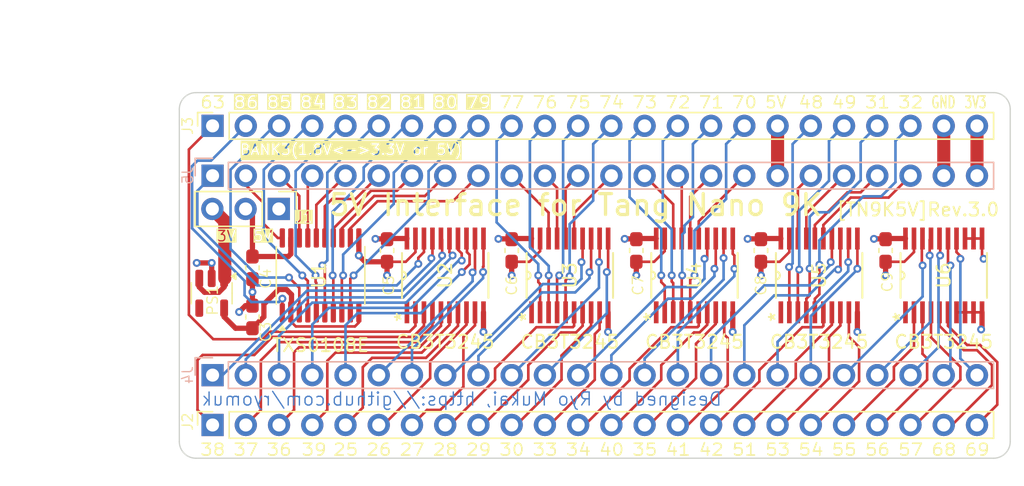
<source format=kicad_pcb>
(kicad_pcb (version 20240108) (generator "pcbnew") (generator_version "8.0")
  (layers (0 "F.Cu" signal) (1 "In1.Cu" power) (2 "In2.Cu" power) (31 "B.Cu" signal) (34 "B.Paste" user) (35 "F.Paste" user) (36 "B.SilkS" user "B.Silkscreen") (37 "F.SilkS" user "F.Silkscreen") (38 "B.Mask" user) (39 "F.Mask" user) (44 "Edge.Cuts" user))
  (net 0 "")
  (net 1 "+3.3V")
  (net 2 "GND")
  (net 3 "+5V")
  (net 4 "+1V8")
  (net 5 "PIN38")
  (net 6 "PIN37")
  (net 7 "PIN36")
  (net 8 "PIN39")
  (net 9 "PIN25")
  (net 10 "PIN26")
  (net 11 "PIN27")
  (net 12 "PIN28")
  (net 13 "PIN29")
  (net 14 "PIN30")
  (net 15 "PIN33")
  (net 16 "PIN34")
  (net 17 "PIN40")
  (net 18 "PIN35")
  (net 19 "PIN41")
  (net 20 "PIN42")
  (net 21 "PIN51")
  (net 22 "PIN53")
  (net 23 "PIN54")
  (net 24 "PIN55")
  (net 25 "PIN56")
  (net 26 "PIN57")
  (net 27 "PIN68")
  (net 28 "PIN69")
  (net 29 "PIN63")
  (net 30 "PIN86")
  (net 31 "PIN85")
  (net 32 "PIN84")
  (net 33 "PIN83")
  (net 34 "PIN82")
  (net 35 "PIN81")
  (net 36 "PIN80")
  (net 37 "PIN79")
  (net 38 "PIN77")
  (net 39 "PIN76")
  (net 40 "PIN75")
  (net 41 "PIN74")
  (net 42 "PIN73")
  (net 43 "PIN72")
  (net 44 "PIN71")
  (net 45 "PIN70")
  (net 46 "PIN48")
  (net 47 "PIN49")
  (net 48 "PIN31")
  (net 49 "PIN32")
  (net 50 "PIN38_H")
  (net 51 "PIN37_H")
  (net 52 "PIN36_H")
  (net 53 "PIN39_H")
  (net 54 "PIN25_H")
  (net 55 "PIN26_H")
  (net 56 "PIN27_H")
  (net 57 "PIN28_H")
  (net 58 "PIN29_H")
  (net 59 "PIN30_H")
  (net 60 "PIN33_H")
  (net 61 "PIN34_H")
  (net 62 "PIN40_H")
  (net 63 "PIN35_H")
  (net 64 "PIN41_H")
  (net 65 "PIN42_H")
  (net 66 "PIN51_H")
  (net 67 "PIN53_H")
  (net 68 "PIN54_H")
  (net 69 "PIN55_H")
  (net 70 "PIN56_H")
  (net 71 "PIN57_H")
  (net 72 "PIN68_H")
  (net 73 "PIN69_H")
  (net 74 "PIN63_H")
  (net 75 "PIN86_H")
  (net 76 "PIN85_H")
  (net 77 "PIN84_H")
  (net 78 "PIN83_H")
  (net 79 "PIN82_H")
  (net 80 "PIN81_H")
  (net 81 "PIN80_H")
  (net 82 "PIN79_H")
  (net 83 "PIN77_H")
  (net 84 "PIN76_H")
  (net 85 "PIN75_H")
  (net 86 "PIN74_H")
  (net 87 "PIN73_H")
  (net 88 "PIN72_H")
  (net 89 "PIN71_H")
  (net 90 "PIN70_H")
  (net 91 "PIN48_H")
  (net 92 "PIN49_H")
  (net 93 "PIN31_H")
  (net 94 "PIN32_H")
  (net 101 "Net-(J1-Pin_2)")
  (footprint "000_MyFootprint:C_0603_1608Metric_Pad1.08x0.95mm_HandSolder" (layer "F.Cu") (at 25.4 12.065 -90)
    (property "Reference" "C6")
    (property "Value" "0.1uF")
  )
  (footprint "000_MyFootprint:C_0603_1608Metric_Pad1.08x0.95mm_HandSolder" (layer "F.Cu") (at 5.588 17.145 90)
    (property "Reference" "C3")
    (property "Value" "0.1uF")
  )
  (footprint "000_MyFootprint:PinSocket_1x24_P2.54mm_Vertical" (layer "F.Cu") (at 2.54 2.54 90)
    (property "Reference" "J3")
    (property "Value" "Conn_01x24")
  )
  (footprint "000_MyFootprint:PW20" (layer "F.Cu") (at 48.895 13.97 90)
    (property "Reference" "U5")
    (property "Value" "CB3T3245")
  )
  (footprint "000_MyFootprint:C_0603_1608Metric_Pad1.08x0.95mm_HandSolder" (layer "F.Cu") (at 34.925 12.065 -90)
    (property "Reference" "C7")
    (property "Value" "0.1uF")
  )
  (footprint "000_MyFootprint:C_0603_1608Metric_Pad1.08x0.95mm_HandSolder" (layer "F.Cu") (at 44.45 12.065 -90)
    (property "Reference" "C8")
    (property "Value" "0.1uF")
  )
  (footprint "000_MyFootprint:PW20" (layer "F.Cu") (at 29.845 13.97 90)
    (property "Reference" "U3")
    (property "Value" "CB3T3245")
  )
  (footprint "000_MyFootprint:PW20" (layer "F.Cu") (at 58.42 13.97 90)
    (property "Reference" "U6")
    (property "Value" "CB3T3245")
  )
  (footprint "000_MyFootprint:PW20" (layer "F.Cu") (at 39.37 13.97 90)
    (property "Reference" "U4")
    (property "Value" "CB3T3245")
  )
  (footprint "000_MyFootprint:PinHeader_1x03_P2.54mm_Vertical" (layer "F.Cu") (at 7.605 8.89 -90)
    (property "Reference" "J1")
    (property "Value" "VCCB")
  )
  (footprint "000_MyFootprint:PW20" (layer "F.Cu") (at 20.32 13.97 90)
    (property "Reference" "U2")
    (property "Value" "CB3T3245")
  )
  (footprint "Package_SO:TSSOP-20_4.4x6.5mm_P0.65mm" (layer "F.Cu") (at 10.795 13.97 90)
    (property "Reference" "U1")
    (property "Value" "TXS0108E")
  )
  (footprint "000_MyFootprint:C_0603_1608Metric_Pad1.08x0.95mm_HandSolder" (layer "F.Cu") (at 5.588 13.388 -90)
    (property "Reference" "C4")
    (property "Value" "0.1uF")
  )
  (footprint "Package_TO_SOT_SMD:SOT-23-5" (layer "F.Cu") (at 2.474 15.3345 -90)
    (property "Reference" "PS1")
    (property "Value" "TLV71318_SOT23-5")
  )
  (footprint "000_MyFootprint:C_0603_1608Metric_Pad1.08x0.95mm_HandSolder" (layer "F.Cu") (at 15.875 12.065 -90)
    (property "Reference" "C5")
    (property "Value" "0.1uF")
  )
  (footprint "000_MyFootprint:C_0603_1608Metric_Pad1.08x0.95mm_HandSolder" (layer "F.Cu") (at 53.975 12.065 -90)
    (property "Reference" "C9")
    (property "Value" "0.1uF")
  )
  (footprint "000_MyFootprint:PinSocket_1x24_P2.54mm_Vertical" (layer "F.Cu") (at 2.54 25.4 90)
    (property "Reference" "J2")
    (property "Value" "Conn_01x24")
  )
  (footprint "000_MyFootprint:PinHeader_1x24_P2.54mm_Vertical" (layer "B.Cu") (at 2.54 6.35 -90)
    (property "Reference" "J5")
    (property "Value" "Conn_01x24")
  )
  (footprint "000_MyFootprint:PinHeader_1x24_P2.54mm_Vertical" (layer "B.Cu") (at 2.54 21.59 -90)
    (property "Reference" "J4")
    (property "Value" "Conn_01x24")
  )
  (gr_arc (start 62.23 0) (mid 63.128026 0.371974) (end 63.5 1.27) (stroke (width 0.1)) (layer "Edge.Cuts"))
  (gr_line (start 63.5 26.67) (end 63.5 1.27) (stroke (width 0.1)) (layer "Edge.Cuts"))
  (gr_line (start 62.23 0) (end 1.27 0) (stroke (width 0.1)) (layer "Edge.Cuts"))
  (gr_arc (start 1.27 27.94) (mid 0.371974 27.568026) (end 0 26.67) (stroke (width 0.1)) (layer "Edge.Cuts"))
  (gr_arc (start 63.5 26.67) (mid 63.128026 27.568026) (end 62.23 27.94) (stroke (width 0.1)) (layer "Edge.Cuts"))
  (gr_line (start 1.27 27.94) (end 62.23 27.94) (stroke (width 0.1)) (layer "Edge.Cuts"))
  (gr_arc (start 0 1.27) (mid 0.371974 0.371974) (end 1.27 0) (stroke (width 0.1)) (layer "Edge.Cuts"))
  (gr_line (start 0 1.27) (end 0 26.67) (stroke (width 0.1)) (layer "Edge.Cuts"))
  (gr_text "Designed by Ryo Mukai, https://github.com/ryomuk" (at 41.529 24.003 0) (layer "B.Cu") (effects (font (size 1 1) (thickness 0.1)) (justify left bottom mirror)))
  (gr_text "71" (at 39.624 1.27 0) (layer "F.SilkS") (effects (font (size 0.9 1) (thickness 0.12)) (justify left bottom)))
  (gr_text "26" (at 14.224 27.813 0) (layer "F.SilkS") (effects (font (size 0.9 1) (thickness 0.12)) (justify left bottom)))
  (gr_text "27" (at 16.764 27.813 0) (layer "F.SilkS") (effects (font (size 0.9 1) (thickness 0.12)) (justify left bottom)))
  (gr_text "34" (at 29.464 27.813 0) (layer "F.SilkS") (effects (font (size 0.9 1) (thickness 0.12)) (justify left bottom)))
  (gr_text "42" (at 39.624 27.813 0) (layer "F.SilkS") (effects (font (size 0.9 1) (thickness 0.12)) (justify left bottom)))
  (gr_text "75" (at 29.464 1.27 0) (layer "F.SilkS") (effects (font (size 0.9 1) (thickness 0.12)) (justify left bottom)))
  (gr_text "73" (at 34.544 1.27 0) (layer "F.SilkS") (effects (font (size 0.9 1) (thickness 0.12)) (justify left bottom)))
  (gr_text "74" (at 32.004 1.27 0) (layer "F.SilkS") (effects (font (size 0.9 1) (thickness 0.12)) (justify left bottom)))
  (gr_text "83" (at 11.684 1.27 0) (layer "F.SilkS" knockout) (effects (font (size 0.9 1) (thickness 0.12)) (justify left bottom)))
  (gr_text "3V3" (at 59.944 1.27 0) (layer "F.SilkS") (effects (font (size 0.9 0.6) (thickness 0.12)) (justify left bottom)))
  (gr_text "68" (at 57.404 27.813 0) (layer "F.SilkS") (effects (font (size 0.9 1) (thickness 0.12)) (justify left bottom)))
  (gr_text "56" (at 52.324 27.813 0) (layer "F.SilkS") (effects (font (size 0.9 1) (thickness 0.12)) (justify left bottom)))
  (gr_text "35" (at 34.544 27.813 0) (layer "F.SilkS") (effects (font (size 0.9 1) (thickness 0.12)) (justify left bottom)))
  (gr_text "84" (at 9.144 1.27 0) (layer "F.SilkS" knockout) (effects (font (size 0.9 1) (thickness 0.12)) (justify left bottom)))
  (gr_text "37" (at 4.064 27.813 0) (layer "F.SilkS") (effects (font (size 0.9 1) (thickness 0.12)) (justify left bottom)))
  (gr_text "53" (at 44.704 27.813 0) (layer "F.SilkS") (effects (font (size 0.9 1) (thickness 0.12)) (justify left bottom)))
  (gr_text "77" (at 24.384 1.27 0) (layer "F.SilkS") (effects (font (size 0.9 1) (thickness 0.12)) (justify left bottom)))
  (gr_text "5V" (at 5.588 11.43 0) (layer "F.SilkS" knockout) (effects (font (size 0.8 0.8) (thickness 0.1)) (justify left bottom)))
  (gr_text "29" (at 21.844 27.813 0) (layer "F.SilkS") (effects (font (size 0.9 1) (thickness 0.12)) (justify left bottom)))
  (gr_text "30" (at 24.384 27.813 0) (layer "F.SilkS") (effects (font (size 0.9 1) (thickness 0.12)) (justify left bottom)))
  (gr_text "[TN9K5V]Rev.3.0" (at 50.165 9.525 0) (layer "F.SilkS") (effects (font (size 1 1)) (justify left bottom)))
  (gr_text "70" (at 42.164 1.27 0) (layer "F.SilkS") (effects (font (size 0.9 1) (thickness 0.12)) (justify left bottom)))
  (gr_text "82" (at 14.224 1.27 0) (layer "F.SilkS" knockout) (effects (font (size 0.9 1) (thickness 0.12)) (justify left bottom)))
  (gr_text "GND" (at 57.404 1.27 0) (layer "F.SilkS") (effects (font (size 0.9 0.6) (thickness 0.12)) (justify left bottom)))
  (gr_text "BANK3(1.8V<->3.3V or 5V)" (at 4.572 4.826 0) (layer "F.SilkS" knockout) (effects (font (size 0.8 0.8) (thickness 0.1)) (justify left bottom)))
  (gr_text "3V" (at 2.794 11.43 0) (layer "F.SilkS" knockout) (effects (font (size 0.8 0.8) (thickness 0.1)) (justify left bottom)))
  (gr_text "36" (at 6.604 27.813 0) (layer "F.SilkS") (effects (font (size 0.9 1) (thickness 0.12)) (justify left bottom)))
  (gr_text "80" (at 19.304 1.27 0) (layer "F.SilkS" knockout) (effects (font (size 0.9 1) (thickness 0.12)) (justify left bottom)))
  (gr_text "38" (at 1.524 27.813 0) (layer "F.SilkS") (effects (font (size 0.9 1) (thickness 0.12)) (justify left bottom)))
  (gr_text "32" (at 54.864 1.27 0) (layer "F.SilkS") (effects (font (size 0.9 1) (thickness 0.12)) (justify left bottom)))
  (gr_text "51" (at 42.164 27.813 0) (layer "F.SilkS") (effects (font (size 0.9 1) (thickness 0.12)) (justify left bottom)))
  (gr_text "5V" (at 44.704 1.27 0) (layer "F.SilkS") (effects (font (size 0.9 0.9) (thickness 0.12)) (justify left bottom)))
  (gr_text "63" (at 1.524 1.27 0) (layer "F.SilkS") (effects (font (size 0.9 1) (thickness 0.12)) (justify left bottom)))
  (gr_text "5V Interface for Tang Nano 9K" (at 11.303 9.525 0) (layer "F.SilkS") (effects (font (size 1.6 1.6) (thickness 0.25)) (justify left bottom)))
  (gr_text "79" (at 21.844 1.27 0) (layer "F.SilkS" knockout) (effects (font (size 0.9 1) (thickness 0.12)) (justify left bottom)))
  (gr_text "48" (at 47.244 1.27 0) (layer "F.SilkS") (effects (font (size 0.9 1) (thickness 0.12)) (justify left bottom)))
  (gr_text "85" (at 6.604 1.27 0) (layer "F.SilkS" knockout) (effects (font (size 0.9 1) (thickness 0.12)) (justify left bottom)))
  (gr_text "55" (at 49.784 27.813 0) (layer "F.SilkS") (effects (font (size 0.9 1) (thickness 0.12)) (justify left bottom)))
  (gr_text "39" (at 9.271 27.813 0) (layer "F.SilkS") (effects (font (size 0.9 1) (thickness 0.12)) (justify left bottom)))
  (gr_text "40" (at 32.004 27.813 0) (layer "F.SilkS") (effects (font (size 0.9 1) (thickness 0.12)) (justify left bottom)))
  (gr_text "28" (at 19.304 27.813 0) (layer "F.SilkS") (effects (font (size 0.9 1) (thickness 0.12)) (justify left bottom)))
  (gr_text "76" (at 26.924 1.27 0) (layer "F.SilkS") (effects (font (size 0.9 1) (thickness 0.12)) (justify left bottom)))
  (gr_text "25" (at 11.684 27.813 0) (layer "F.SilkS") (effects (font (size 0.9 1) (thickness 0.12)) (justify left bottom)))
  (gr_text "49" (at 49.784 1.27 0) (layer "F.SilkS") (effects (font (size 0.9 1) (thickness 0.12)) (justify left bottom)))
  (gr_text "41" (at 37.084 27.813 0) (layer "F.SilkS") (effects (font (size 0.9 1) (thickness 0.12)) (justify left bottom)))
  (gr_text "57" (at 54.864 27.813 0) (layer "F.SilkS") (effects (font (size 0.9 1) (thickness 0.12)) (justify left bottom)))
  (gr_text "72" (at 37.084 1.27 0) (layer "F.SilkS") (effects (font (size 0.9 1) (thickness 0.12)) (justify left bottom)))
  (gr_text "33" (at 26.924 27.813 0) (layer "F.SilkS") (effects (font (size 0.9 1) (thickness 0.12)) (justify left bottom)))
  (gr_text "54" (at 47.244 27.813 0) (layer "F.SilkS") (effects (font (size 0.9 1) (thickness 0.12)) (justify left bottom)))
  (gr_text "31" (at 52.324 1.27 0) (layer "F.SilkS") (effects (font (size 0.9 1) (thickness 0.12)) (justify left bottom)))
  (gr_text "86" (at 4.064 1.27 0) (layer "F.SilkS" knockout) (effects (font (size 0.9 1) (thickness 0.12)) (justify left bottom)))
  (gr_text "81" (at 16.764 1.27 0) (layer "F.SilkS" knockout) (effects (font (size 0.9 1) (thickness 0.12)) (justify left bottom)))
  (gr_text "69" (at 59.944 27.813 0) (layer "F.SilkS") (effects (font (size 0.9 1) (thickness 0.12)) (justify left bottom)))
  (segment (start 3.023999 15.2595) (end 3.424 14.859499) (width 0.4) (layer "F.Cu") (net 1))
  (segment (start 25.3735 11.176) (end 25.4 11.2025) (width 0.4) (layer "F.Cu") (net 1))
  (segment (start 54.0269 11.1506) (end 53.975 11.2025) (width 0.4) (layer "F.Cu") (net 1))
  (segment (start 14.986 11.176) (end 15.8485 11.176) (width 0.4) (layer "F.Cu") (net 1))
  (segment (start 3.424 14.859499) (end 3.424 14.197) (width 0.4) (layer "F.Cu") (net 1))
  (segment (start 53.086 11.176) (end 53.9485 11.176) (width 0.4) (layer "F.Cu") (net 1))
  (segment (start 34.036 11.176) (end 34.8985 11.176) (width 0.4) (layer "F.Cu") (net 1))
  (segment (start 3.474 9.839) (end 3.474 14.197) (width 1) (layer "F.Cu") (net 1))
  (segment (start 34.9769 11.1506) (end 34.925 11.2025) (width 0.4) (layer "F.Cu") (net 1))
  (segment (start 1.524 14.859499) (end 1.924001 15.2595) (width 0.4) (layer "F.Cu") (net 1))
  (segment (start 43.434 11.176) (end 44.4235 11.176) (width 0.4) (layer "F.Cu") (net 1))
  (segment (start 36.445002 11.1506) (end 34.9769 11.1506) (width 0.4) (layer "F.Cu") (net 1))
  (segment (start 45.970002 11.1506) (end 44.5019 11.1506) (width 0.4) (layer "F.Cu") (net 1))
  (segment (start 34.8985 11.176) (end 34.925 11.2025) (width 0.4) (layer "F.Cu") (net 1))
  (segment (start 44.4235 11.176) (end 44.45 11.2025) (width 0.4) (layer "F.Cu") (net 1))
  (segment (start 2.525 8.89) (end 3.474 9.839) (width 1) (layer "F.Cu") (net 1))
  (segment (start 1.924001 15.2595) (end 3.023999 15.2595) (width 0.4) (layer "F.Cu") (net 1))
  (segment (start 26.920002 11.1506) (end 25.4519 11.1506) (width 0.4) (layer "F.Cu") (net 1))
  (segment (start 24.384 11.176) (end 25.3735 11.176) (width 0.4) (layer "F.Cu") (net 1))
  (segment (start 60.96 2.54) (end 60.96 6.35) (width 1) (layer "F.Cu") (net 1))
  (segment (start 53.9485 11.176) (end 53.975 11.2025) (width 0.4) (layer "F.Cu") (net 1))
  (segment (start 15.8485 11.176) (end 15.875 11.2025) (width 0.4) (layer "F.Cu") (net 1))
  (segment (start 55.495002 11.1506) (end 54.0269 11.1506) (width 0.4) (layer "F.Cu") (net 1))
  (segment (start 15.9269 11.1506) (end 15.875 11.2025) (width 0.4) (layer "F.Cu") (net 1))
  (segment (start 1.524 14.197) (end 1.524 14.859499) (width 0.4) (layer "F.Cu") (net 1))
  (segment (start 17.395002 11.1506) (end 15.9269 11.1506) (width 0.4) (layer "F.Cu") (net 1))
  (segment (start 25.4519 11.1506) (end 25.4 11.2025) (width 0.4) (layer "F.Cu") (net 1))
  (segment (start 44.5019 11.1506) (end 44.45 11.2025) (width 0.4) (layer "F.Cu") (net 1))
  (via (at 53.086 11.176) (size 0.6) (drill 0.3) (layers "F.Cu" "B.Cu") (net 1))
  (via (at 43.434 11.176) (size 0.6) (drill 0.3) (layers "F.Cu" "B.Cu") (net 1))
  (via (at 34.036 11.176) (size 0.6) (drill 0.3) (layers "F.Cu" "B.Cu") (net 1))
  (via (at 24.384 11.176) (size 0.6) (drill 0.3) (layers "F.Cu" "B.Cu") (net 1))
  (via (at 14.986 11.176) (size 0.6) (drill 0.3) (layers "F.Cu" "B.Cu") (net 1))
  (segment (start 23.244998 16.7894) (end 23.244998 18.284002) (width 0.4) (layer "F.Cu") (net 2))
  (segment (start 14.1975 12.9275) (end 13.716 12.446) (width 0.4) (layer "F.Cu") (net 2))
  (segment (start 2.474 14.197) (end 2.474 13.015) (width 0.4) (layer "F.Cu") (net 2))
  (segment (start 25.4 12.9275) (end 25.4 13.97) (width 0.4) (layer "F.Cu") (net 2))
  (segment (start 61.345 11.1506) (end 61.345 12.577) (width 0.2) (layer "F.Cu") (net 2))
  (segment (start 34.925 12.9275) (end 36.284102 12.9275) (width 0.2) (layer "F.Cu") (net 2))
  (segment (start 32.769998 18.284002) (end 32.766 18.288) (width 0.4) (layer "F.Cu") (net 2))
  (segment (start 61.345 12.577) (end 61.468 12.7) (width 0.2) (layer "F.Cu") (net 2))
  (segment (start 55.406301 12.9275) (end 56.145001 12.1888) (width 0.2) (layer "F.Cu") (net 2))
  (segment (start 2.474 13.015) (end 1.331 13.015) (width 0.4) (layer "F.Cu") (net 2))
  (segment (start 61.344998 18.030002) (end 61.2775 18.0975) (width 0.4) (layer "F.Cu") (net 2))
  (segment (start 27.570001 12.116601) (end 27.570001 11.1506) (width 0.2) (layer "F.Cu") (net 2))
  (segment (start 13.72 12.442) (end 13.716 12.446) (width 0.4) (layer "F.Cu") (net 2))
  (segment (start 23.244998 18.284002) (end 23.241 18.288) (width 0.4) (layer "F.Cu") (net 2))
  (segment (start 32.769998 16.7894) (end 32.769998 18.284002) (width 0.4) (layer "F.Cu") (net 2))
  (segment (start 5.588 14.2505) (end 5.588 16.2825) (width 0.4) (layer "F.Cu") (net 2))
  (segment (start 34.925 12.9275) (end 34.925 13.97) (width 0.4) (layer "F.Cu") (net 2))
  (segment (start 51.819998 16.7894) (end 51.819998 18.284002) (width 0.4) (layer "F.Cu") (net 2))
  (segment (start 37.095001 12.116601) (end 37.095001 11.1506) (width 0.2) (layer "F.Cu") (net 2))
  (segment (start 5.588 16.2825) (end 5.0535 16.2825) (width 0.4) (layer "F.Cu") (net 2))
  (segment (start 44.45 12.9275) (end 44.45 13.97) (width 0.4) (layer "F.Cu") (net 2))
  (segment (start 46.620001 12.1888) (end 46.620001 11.1506) (width 0.2) (layer "F.Cu") (net 2))
  (segment (start 42.294998 16.7894) (end 42.294998 18.284002) (width 0.4) (layer "F.Cu") (net 2))
  (segment (start 56.145001 12.1888) (end 56.145001 11.1506) (width 0.2) (layer "F.Cu") (net 2))
  (segment (start 53.975 12.9275) (end 53.975 13.97) (width 0.4) (layer "F.Cu") (net 2))
  (segment (start 15.875 12.9275) (end 17.306301 12.9275) (width 0.2) (layer "F.Cu") (net 2))
  (segment (start 44.45 12.9275) (end 45.881301 12.9275) (width 0.2) (layer "F.Cu") (net 2))
  (segment (start 53.975 12.9275) (end 55.406301 12.9275) (width 0.2) (layer "F.Cu") (net 2))
  (segment (start 18.045001 12.1888) (end 18.045001 11.1506) (width 0.2) (layer "F.Cu") (net 2))
  (segment (start 45.881301 12.9275) (end 46.620001 12.1888) (width 0.2) (layer "F.Cu") (net 2))
  (segment (start 36.284102 12.9275) (end 37.095001 12.116601) (width 0.2) (layer "F.Cu") (net 2))
  (segment (start 60.694999 16.7894) (end 59.394999 16.7894) (width 0.2) (layer "F.Cu") (net 2))
  (segment (start 61.345 11.1506) (end 60.045001 11.1506) (width 0.2) (layer "F.Cu") (net 2))
  (segment (start 15.875 12.9275) (end 15.875 13.97) (width 0.4) (layer "F.Cu") (net 2))
  (segment (start 60.694999 16.7894) (end 61.344998 16.7894) (width 0.2) (layer "F.Cu") (net 2))
  (segment (start 61.344998 16.7894) (end 61.344998 18.030002) (width 0.4) (layer "F.Cu") (net 2))
  (segment (start 42.294998 18.284002) (end 42.291 18.288) (width 0.4) (layer "F.Cu") (net 2))
  (segment (start 26.759102 12.9275) (end 27.570001 12.116601) (width 0.2) (layer "F.Cu") (net 2))
  (segment (start 15.875 12.9275) (end 14.1975 12.9275) (width 0.4) (layer "F.Cu") (net 2))
  (segment (start 13.72 11.1075) (end 13.72 12.442) (width 0.4) (layer "F.Cu") (net 2))
  (segment (start 5.0535 16.2825) (end 4.572 16.764) (width 0.4) (layer "F.Cu") (net 2))
  (segment (start 17.306301 12.9275) (end 18.045001 12.1888) (width 0.2) (layer "F.Cu") (net 2))
  (segment (start 25.4 12.9275) (end 26.759102 12.9275) (width 0.2) (layer "F.Cu") (net 2))
  (segment (start 51.819998 18.284002) (end 51.816 18.288) (width 0.4) (layer "F.Cu") (net 2))
  (segment (start 58.42 6.35) (end 58.42 2.54) (width 1) (layer "F.Cu") (net 2))
  (via (at 25.4 13.97) (size 0.6) (drill 0.3) (layers "F.Cu" "B.Cu") (net 2))
  (via (at 34.925 13.97) (size 0.6) (drill 0.3) (layers "F.Cu" "B.Cu") (net 2))
  (via (at 13.716 12.446) (size 0.6) (drill 0.3) (layers "F.Cu" "B.Cu") (net 2))
  (via (at 51.816 18.288) (size 0.6) (drill 0.3) (layers "F.Cu" "B.Cu") (net 2))
  (via (at 61.468 12.7) (size 0.6) (drill 0.3) (layers "F.Cu" "B.Cu") (net 2))
  (via (at 4.572 16.764) (size 0.6) (drill 0.3) (layers "F.Cu" "B.Cu") (net 2))
  (via (at 2.474 13.015) (size 0.6) (drill 0.3) (layers "F.Cu" "B.Cu") (net 2))
  (via (at 5.588 15.24) (size 0.6) (drill 0.3) (layers "F.Cu" "B.Cu") (net 2))
  (via (at 53.975 13.97) (size 0.6) (drill 0.3) (layers "F.Cu" "B.Cu") (net 2))
  (via (at 1.331 13.015) (size 0.6) (drill 0.3) (layers "F.Cu" "B.Cu") (net 2))
  (via (at 61.2775 18.0975) (size 0.6) (drill 0.3) (layers "F.Cu" "B.Cu") (net 2))
  (via (at 23.241 18.288) (size 0.6) (drill 0.3) (layers "F.Cu" "B.Cu") (net 2))
  (via (at 32.766 18.288) (size 0.6) (drill 0.3) (layers "F.Cu" "B.Cu") (net 2))
  (via (at 42.291 18.288) (size 0.6) (drill 0.3) (layers "F.Cu" "B.Cu") (net 2))
  (via (at 15.875 13.97) (size 0.6) (drill 0.3) (layers "F.Cu" "B.Cu") (net 2))
  (via (at 44.45 13.97) (size 0.6) (drill 0.3) (layers "F.Cu" "B.Cu") (net 2))
  (segment (start 45.72 2.54) (end 45.72 6.35) (width 1) (layer "F.Cu") (net 3))
  (segment (start 8.901544 17.87) (end 8.52 17.488456) (width 0.2) (layer "F.Cu") (net 4))
  (segment (start 4.297001 18.0075) (end 5.588 18.0075) (width 0.4) (layer "F.Cu") (net 4))
  (segment (start 8.52 17.488456) (end 8.52 16.8325) (width 0.2) (layer "F.Cu") (net 4))
  (segment (start 6.463 17.1325) (end 5.588 18.0075) (width 0.4) (layer "F.Cu") (net 4))
  (segment (start 13.419999 17.87) (end 8.901544 17.87) (width 0.2) (layer "F.Cu") (net 4))
  (segment (start 8.574 16.03795) (end 8.574 15.432) (width 0.4) (layer "F.Cu") (net 4))
  (segment (start 13.72 17.569999) (end 13.419999 17.87) (width 0.2) (layer "F.Cu") (net 4))
  (segment (start 8.19 15.048) (end 7.58405 15.048) (width 0.4) (layer "F.Cu") (net 4))
  (segment (start 3.424 17.134499) (end 4.297001 18.0075) (width 0.4) (layer "F.Cu") (net 4))
  (segment (start 3.424 16.472) (end 3.424 17.134499) (width 0.4) (layer "F.Cu") (net 4))
  (segment (start 8.52 16.8325) (end 8.52 16.09195) (width 0.4) (layer "F.Cu") (net 4))
  (segment (start 13.72 16.8325) (end 13.72 17.569999) (width 0.2) (layer "F.Cu") (net 4))
  (segment (start 8.52 16.09195) (end 8.574 16.03795) (width 0.4) (layer "F.Cu") (net 4))
  (segment (start 8.574 15.432) (end 8.19 15.048) (width 0.4) (layer "F.Cu") (net 4))
  (segment (start 7.58405 15.048) (end 6.463 16.16905) (width 0.4) (layer "F.Cu") (net 4))
  (segment (start 6.463 16.16905) (end 6.463 17.1325) (width 0.4) (layer "F.Cu") (net 4))
  (segment (start 2.54 25.4) (end 1.39 24.25) (width 0.2) (layer "F.Cu") (net 5))
  (segment (start 1.778 20.05) (end 5.732 20.05) (width 0.2) (layer "F.Cu") (net 5))
  (segment (start 18.694999 17.8276) (end 18.694999 16.7894) (width 0.2) (layer "F.Cu") (net 5))
  (segment (start 5.732 20.05) (end 7.112 18.67) (width 0.2) (layer "F.Cu") (net 5))
  (segment (start 1.39 24.25) (end 1.39 20.438) (width 0.2) (layer "F.Cu") (net 5))
  (segment (start 17.852599 18.67) (end 18.694999 17.8276) (width 0.2) (layer "F.Cu") (net 5))
  (segment (start 7.112 18.67) (end 17.852599 18.67) (width 0.2) (layer "F.Cu") (net 5))
  (segment (start 1.39 20.438) (end 1.778 20.05) (width 0.2) (layer "F.Cu") (net 5))
  (segment (start 7.62 19.07) (end 18.102601 19.07) (width 0.2) (layer "F.Cu") (net 6))
  (segment (start 5.08 25.4) (end 6.23 24.25) (width 0.2) (layer "F.Cu") (net 6))
  (segment (start 18.102601 19.07) (end 19.345001 17.8276) (width 0.2) (layer "F.Cu") (net 6))
  (segment (start 6.23 20.46) (end 7.62 19.07) (width 0.2) (layer "F.Cu") (net 6))
  (segment (start 6.23 24.25) (end 6.23 20.46) (width 0.2) (layer "F.Cu") (net 6))
  (segment (start 19.345001 17.8276) (end 19.345001 16.7894) (width 0.2) (layer "F.Cu") (net 6))
  (segment (start 9.144 19.47) (end 18.352599 19.47) (width 0.2) (layer "F.Cu") (net 7))
  (segment (start 8.77 24.25) (end 8.77 19.844) (width 0.2) (layer "F.Cu") (net 7))
  (segment (start 7.62 25.4) (end 8.77 24.25) (width 0.2) (layer "F.Cu") (net 7))
  (segment (start 18.352599 19.47) (end 19.994999 17.8276) (width 0.2) (layer "F.Cu") (net 7))
  (segment (start 19.994999 17.8276) (end 19.994999 16.7894) (width 0.2) (layer "F.Cu") (net 7))
  (segment (start 8.77 19.844) (end 9.144 19.47) (width 0.2) (layer "F.Cu") (net 7))
  (segment (start 20.644998 17.755401) (end 20.644998 16.7894) (width 0.2) (layer "F.Cu") (net 8))
  (segment (start 11.31 20.498) (end 11.938 19.87) (width 0.2) (layer "F.Cu") (net 8))
  (segment (start 11.31 24.25) (end 11.31 20.498) (width 0.2) (layer "F.Cu") (net 8))
  (segment (start 18.530399 19.87) (end 20.644998 17.755401) (width 0.2) (layer "F.Cu") (net 8))
  (segment (start 11.938 19.87) (end 18.530399 19.87) (width 0.2) (layer "F.Cu") (net 8))
  (segment (start 10.16 25.4) (end 11.31 24.25) (width 0.2) (layer "F.Cu") (net 8))
  (segment (start 14.02 24.08) (end 14.02 20.982) (width 0.2) (layer "F.Cu") (net 9))
  (segment (start 14.732 20.27) (end 18.852599 20.27) (width 0.2) (layer "F.Cu") (net 9))
  (segment (start 14.02 20.982) (end 14.732 20.27) (width 0.2) (layer "F.Cu") (net 9))
  (segment (start 21.294999 17.8276) (end 21.294999 16.7894) (width 0.2) (layer "F.Cu") (net 9))
  (segment (start 12.7 25.4) (end 14.02 24.08) (width 0.2) (layer "F.Cu") (net 9))
  (segment (start 18.852599 20.27) (end 21.294999 17.8276) (width 0.2) (layer "F.Cu") (net 9))
  (segment (start 21.944998 17.743287) (end 21.944998 16.7894) (width 0.2) (layer "F.Cu") (net 10))
  (segment (start 19.17 21.826346) (end 19.17 20.518285) (width 0.2) (layer "F.Cu") (net 10))
  (segment (start 19.17 20.518285) (end 21.944998 17.743287) (width 0.2) (layer "F.Cu") (net 10))
  (segment (start 15.24 25.4) (end 15.596346 25.4) (width 0.2) (layer "F.Cu") (net 10))
  (segment (start 15.596346 25.4) (end 19.17 21.826346) (width 0.2) (layer "F.Cu") (net 10))
  (segment (start 19.946 24.25) (end 21.71 22.486) (width 0.2) (layer "F.Cu") (net 11))
  (segment (start 21.71 18.676) (end 22.594999 17.791001) (width 0.2) (layer "F.Cu") (net 11))
  (segment (start 21.71 22.486) (end 21.71 18.676) (width 0.2) (layer "F.Cu") (net 11))
  (segment (start 17.78 25.4) (end 18.93 24.25) (width 0.2) (layer "F.Cu") (net 11))
  (segment (start 18.93 24.25) (end 19.946 24.25) (width 0.2) (layer "F.Cu") (net 11))
  (segment (start 22.594999 17.791001) (end 22.594999 16.7894) (width 0.2) (layer "F.Cu") (net 11))
  (segment (start 30.169998 17.8276) (end 30.169998 16.7894) (width 0.2) (layer "F.Cu") (net 12))
  (segment (start 27.2844 17.9276) (end 30.069998 17.9276) (width 0.2) (layer "F.Cu") (net 12))
  (segment (start 30.069998 17.9276) (end 30.169998 17.8276) (width 0.2) (layer "F.Cu") (net 12))
  (segment (start 20.676346 25.4) (end 24.13 21.946346) (width 0.2) (layer "F.Cu") (net 12))
  (segment (start 24.13 21.082) (end 27.2844 17.9276) (width 0.2) (layer "F.Cu") (net 12))
  (segment (start 20.32 25.4) (end 20.676346 25.4) (width 0.2) (layer "F.Cu") (net 12))
  (segment (start 24.13 21.946346) (end 24.13 21.082) (width 0.2) (layer "F.Cu") (net 12))
  (segment (start 30.819999 17.8276) (end 30.819999 16.7894) (width 0.2) (layer "F.Cu") (net 13))
  (segment (start 26.67 21.946346) (end 26.67 20.828) (width 0.2) (layer "F.Cu") (net 13))
  (segment (start 22.86 25.4) (end 23.216346 25.4) (width 0.2) (layer "F.Cu") (net 13))
  (segment (start 29.1704 18.3276) (end 30.319999 18.3276) (width 0.2) (layer "F.Cu") (net 13))
  (segment (start 26.67 20.828) (end 29.1704 18.3276) (width 0.2) (layer "F.Cu") (net 13))
  (segment (start 30.319999 18.3276) (end 30.819999 17.8276) (width 0.2) (layer "F.Cu") (net 13))
  (segment (start 23.216346 25.4) (end 26.67 21.946346) (width 0.2) (layer "F.Cu") (net 13))
  (segment (start 25.756346 25.4) (end 29.21 21.946346) (width 0.2) (layer "F.Cu") (net 14))
  (segment (start 31.469998 17.8276) (end 31.469998 16.7894) (width 0.2) (layer "F.Cu") (net 14))
  (segment (start 29.21 20.087598) (end 31.469998 17.8276) (width 0.2) (layer "F.Cu") (net 14))
  (segment (start 25.4 25.4) (end 25.756346 25.4) (width 0.2) (layer "F.Cu") (net 14))
  (segment (start 29.21 21.946346) (end 29.21 20.087598) (width 0.2) (layer "F.Cu") (net 14))
  (segment (start 27.94 25.4) (end 28.296346 25.4) (width 0.2) (layer "F.Cu") (net 15))
  (segment (start 31.75 21.946346) (end 31.75 18.455471) (width 0.2) (layer "F.Cu") (net 15))
  (segment (start 31.75 18.455471) (end 32.119999 18.085472) (width 0.2) (layer "F.Cu") (net 15))
  (segment (start 28.296346 25.4) (end 31.75 21.946346) (width 0.2) (layer "F.Cu") (net 15))
  (segment (start 32.119999 18.085472) (end 32.119999 16.7894) (width 0.2) (layer "F.Cu") (net 15))
  (segment (start 30.988 25.4) (end 34.41 21.978) (width 0.2) (layer "F.Cu") (net 16))
  (segment (start 30.48 25.4) (end 30.988 25.4) (width 0.2) (layer "F.Cu") (net 16))
  (segment (start 34.41 21.978) (end 34.41 21.1096) (width 0.2) (layer "F.Cu") (net 16))
  (segment (start 39.594998 17.9276) (end 39.694998 17.8276) (width 0.2) (layer "F.Cu") (net 16))
  (segment (start 39.694998 17.8276) (end 39.694998 16.7894) (width 0.2) (layer "F.Cu") (net 16))
  (segment (start 34.41 21.1096) (end 37.592 17.9276) (width 0.2) (layer "F.Cu") (net 16))
  (segment (start 37.592 17.9276) (end 39.594998 17.9276) (width 0.2) (layer "F.Cu") (net 16))
  (segment (start 36.83 20.828) (end 39.3304 18.3276) (width 0.2) (layer "F.Cu") (net 17))
  (segment (start 39.760684 18.3276) (end 40.344999 17.743285) (width 0.2) (layer "F.Cu") (net 17))
  (segment (start 33.02 25.4) (end 33.376346 25.4) (width 0.2) (layer "F.Cu") (net 17))
  (segment (start 33.376346 25.4) (end 36.83 21.946346) (width 0.2) (layer "F.Cu") (net 17))
  (segment (start 39.3304 18.3276) (end 39.760684 18.3276) (width 0.2) (layer "F.Cu") (net 17))
  (segment (start 40.344999 17.743285) (end 40.344999 16.7894) (width 0.2) (layer "F.Cu") (net 17))
  (segment (start 36.83 21.946346) (end 36.83 20.828) (width 0.2) (layer "F.Cu") (net 17))
  (segment (start 39.49 19.184) (end 40.994998 17.679002) (width 0.2) (layer "F.Cu") (net 18))
  (segment (start 35.56 25.4) (end 35.916346 25.4) (width 0.2) (layer "F.Cu") (net 18))
  (segment (start 39.49 21.826346) (end 39.49 19.184) (width 0.2) (layer "F.Cu") (net 18))
  (segment (start 40.994998 17.679002) (end 40.994998 16.7894) (width 0.2) (layer "F.Cu") (net 18))
  (segment (start 35.916346 25.4) (end 39.49 21.826346) (width 0.2) (layer "F.Cu") (net 18))
  (segment (start 41.91 18.755529) (end 41.644999 18.490528) (width 0.2) (layer "F.Cu") (net 19))
  (segment (start 38.1 25.4) (end 38.862 25.4) (width 0.2) (layer "F.Cu") (net 19))
  (segment (start 41.91 22.352) (end 41.91 18.755529) (width 0.2) (layer "F.Cu") (net 19))
  (segment (start 38.862 25.4) (end 41.91 22.352) (width 0.2) (layer "F.Cu") (net 19))
  (segment (start 41.644999 18.490528) (end 41.644999 16.7894) (width 0.2) (layer "F.Cu") (net 19))
  (segment (start 49.219998 17.8276) (end 49.119998 17.9276) (width 0.2) (layer "F.Cu") (net 20))
  (segment (start 44.33 21.202) (end 44.33 22.066346) (width 0.2) (layer "F.Cu") (net 20))
  (segment (start 47.6044 17.9276) (end 44.33 21.202) (width 0.2) (layer "F.Cu") (net 20))
  (segment (start 49.219998 16.7894) (end 49.219998 17.8276) (width 0.2) (layer "F.Cu") (net 20))
  (segment (start 49.119998 17.9276) (end 47.6044 17.9276) (width 0.2) (layer "F.Cu") (net 20))
  (segment (start 40.996346 25.4) (end 40.64 25.4) (width 0.2) (layer "F.Cu") (net 20))
  (segment (start 44.33 22.066346) (end 40.996346 25.4) (width 0.2) (layer "F.Cu") (net 20))
  (segment (start 43.536346 25.4) (end 47.11 21.826346) (width 0.2) (layer "F.Cu") (net 21))
  (segment (start 43.18 25.4) (end 43.536346 25.4) (width 0.2) (layer "F.Cu") (net 21))
  (segment (start 47.11 21.826346) (end 47.11 20.503283) (width 0.2) (layer "F.Cu") (net 21))
  (segment (start 47.11 20.503283) (end 49.869999 17.743284) (width 0.2) (layer "F.Cu") (net 21))
  (segment (start 49.869999 17.743284) (end 49.869999 16.7894) (width 0.2) (layer "F.Cu") (net 21))
  (segment (start 49.65 21.826346) (end 49.65 18.676) (width 0.2) (layer "F.Cu") (net 22))
  (segment (start 49.65 18.676) (end 50.519998 17.806002) (width 0.2) (layer "F.Cu") (net 22))
  (segment (start 46.076346 25.4) (end 49.65 21.826346) (width 0.2) (layer "F.Cu") (net 22))
  (segment (start 50.519998 17.806002) (end 50.519998 16.7894) (width 0.2) (layer "F.Cu") (net 22))
  (segment (start 45.72 25.4) (end 46.076346 25.4) (width 0.2) (layer "F.Cu") (net 22))
  (segment (start 48.616346 25.4) (end 51.95 22.066346) (width 0.2) (layer "F.Cu") (net 23))
  (segment (start 51.169999 18.657999) (end 51.169999 16.7894) (width 0.2) (layer "F.Cu") (net 23))
  (segment (start 48.26 25.4) (end 48.616346 25.4) (width 0.2) (layer "F.Cu") (net 23))
  (segment (start 51.95 22.066346) (end 51.95 19.438) (width 0.2) (layer "F.Cu") (net 23))
  (segment (start 51.95 19.438) (end 51.169999 18.657999) (width 0.2) (layer "F.Cu") (net 23))
  (segment (start 56.145001 16.7894) (end 56.145001 19.419999) (width 0.2) (layer "F.Cu") (net 24))
  (segment (start 56.145001 19.419999) (end 54.61 20.955) (width 0.2) (layer "F.Cu") (net 24))
  (segment (start 54.61 20.955) (end 54.61 21.946346) (width 0.2) (layer "F.Cu") (net 24))
  (segment (start 54.61 21.946346) (end 51.156346 25.4) (width 0.2) (layer "F.Cu") (net 24))
  (segment (start 51.156346 25.4) (end 50.8 25.4) (width 0.2) (layer "F.Cu") (net 24))
  (segment (start 57.15 20.32) (end 56.794999 19.964999) (width 0.2) (layer "F.Cu") (net 25))
  (segment (start 53.696346 25.4) (end 53.34 25.4) (width 0.2) (layer "F.Cu") (net 25))
  (segment (start 57.15 21.946346) (end 57.15 20.32) (width 0.2) (layer "F.Cu") (net 25))
  (segment (start 53.696346 25.4) (end 57.15 21.946346) (width 0.2) (layer "F.Cu") (net 25))
  (segment (start 56.794999 19.964999) (end 56.794999 16.7894) (width 0.2) (layer "F.Cu") (net 25))
  (segment (start 56.236346 25.4) (end 59.69 21.946346) (width 0.2) (layer "F.Cu") (net 26))
  (segment (start 55.88 25.4) (end 56.236346 25.4) (width 0.2) (layer "F.Cu") (net 26))
  (segment (start 57.445001 18.710001) (end 57.445001 16.7894) (width 0.2) (layer "F.Cu") (net 26))
  (segment (start 59.69 20.955) (end 57.445001 18.710001) (width 0.2) (layer "F.Cu") (net 26))
  (segment (start 59.69 21.946346) (end 59.69 20.955) (width 0.2) (layer "F.Cu") (net 26))
  (segment (start 59.055 25.4) (end 58.42 25.4) (width 0.2) (layer "F.Cu") (net 27))
  (segment (start 59.952399 19.685) (end 60.96 19.685) (width 0.2) (layer "F.Cu") (net 27))
  (segment (start 58.094999 17.8276) (end 59.952399 19.685) (width 0.2) (layer "F.Cu") (net 27))
  (segment (start 62.11 22.345) (end 59.055 25.4) (width 0.2) (layer "F.Cu") (net 27))
  (segment (start 62.11 20.835) (end 62.11 22.345) (width 0.2) (layer "F.Cu") (net 27))
  (segment (start 58.094999 16.7894) (end 58.094999 17.8276) (width 0.2) (layer "F.Cu") (net 27))
  (segment (start 60.96 19.685) (end 62.11 20.835) (width 0.2) (layer "F.Cu") (net 27))
  (segment (start 58.744998 16.7894) (end 58.744998 17.8276) (width 0.2) (layer "F.Cu") (net 28))
  (segment (start 60.202398 19.285) (end 61.195 19.285) (width 0.2) (layer "F.Cu") (net 28))
  (segment (start 58.744998 17.8276) (end 60.202398 19.285) (width 0.2) (layer "F.Cu") (net 28))
  (segment (start 61.195 19.285) (end 62.51 20.6) (width 0.2) (layer "F.Cu") (net 28))
  (segment (start 62.51 23.85) (end 60.96 25.4) (width 0.2) (layer "F.Cu") (net 28))
  (segment (start 62.51 20.6) (end 62.51 23.85) (width 0.2) (layer "F.Cu") (net 28))
  (segment (start 17.602601 18.27) (end 18.045001 17.8276) (width 0.2) (layer "F.Cu") (net 29))
  (segment (start 6.371314 18.845) (end 6.946315 18.27) (width 0.2) (layer "F.Cu") (net 29))
  (segment (start 2.54 2.54) (end 0.731 4.349) (width 0.2) (layer "F.Cu") (net 29))
  (segment (start 0.731 16.982052) (end 2.593948 18.845) (width 0.2) (layer "F.Cu") (net 29))
  (segment (start 6.946315 18.27) (end 17.602601 18.27) (width 0.2) (layer "F.Cu") (net 29))
  (segment (start 0.731 4.349) (end 0.731 16.982052) (width 0.2) (layer "F.Cu") (net 29))
  (segment (start 2.593948 18.845) (end 6.371314 18.845) (width 0.2) (layer "F.Cu") (net 29))
  (segment (start 18.045001 17.8276) (end 18.045001 16.7894) (width 0.2) (layer "F.Cu") (net 29))
  (segment (start 7.87 15.752) (end 7.874 15.748) (width 0.2) (layer "F.Cu") (net 30))
  (segment (start 7.87 16.8325) (end 7.87 15.752) (width 0.2) (layer "F.Cu") (net 30))
  (via (at 7.874 15.748) (size 0.6) (drill 0.3) (layers "F.Cu" "B.Cu") (net 30))
  (segment (start 0.975 10.373) (end 4.988 14.386) (width 0.2) (layer "B.Cu") (net 30))
  (segment (start 5.501471 16.002) (end 7.62 16.002) (width 0.2) (layer "B.Cu") (net 30))
  (segment (start 1.39 5.2) (end 0.975 5.615) (width 0.2) (layer "B.Cu") (net 30))
  (segment (start 0.975 5.615) (end 0.975 10.373) (width 0.2) (layer "B.Cu") (net 30))
  (segment (start 2.42 5.2) (end 1.39 5.2) (width 0.2) (layer "B.Cu") (net 30))
  (segment (start 4.988 14.386) (end 4.988 15.488529) (width 0.2) (layer "B.Cu") (net 30))
  (segment (start 4.988 15.488529) (end 5.501471 16.002) (width 0.2) (layer "B.Cu") (net 30))
  (segment (start 7.62 16.002) (end 7.874 15.748) (width 0.2) (layer "B.Cu") (net 30))
  (segment (start 5.08 2.54) (end 2.42 5.2) (width 0.2) (layer "B.Cu") (net 30))
  (segment (start 9.17 16.8325) (end 9.17 14.92) (width 0.2) (layer "F.Cu") (net 31))
  (segment (start 9.17 14.92) (end 8.382 14.132) (width 0.2) (layer "F.Cu") (net 31))
  (via (at 8.382 14.132) (size 0.6) (drill 0.3) (layers "F.Cu" "B.Cu") (net 31))
  (segment (start 3.915 11.951) (end 3.915 5.888654) (width 0.2) (layer "B.Cu") (net 31))
  (segment (start 8.382 14.132) (end 6.096 14.132) (width 0.2) (layer "B.Cu") (net 31))
  (segment (start 3.915 11.951) (end 6.096 14.132) (width 0.2) (layer "B.Cu") (net 31))
  (segment (start 3.915 5.888654) (end 7.263654 2.54) (width 0.2) (layer "B.Cu") (net 31))
  (segment (start 7.263654 2.54) (end 7.62 2.54) (width 0.2) (layer "B.Cu") (net 31))
  (segment (start 9.398 13.97) (end 9.82 14.392) (width 0.2) (layer "F.Cu") (net 32))
  (segment (start 9.82 14.392) (end 9.82 16.8325) (width 0.2) (layer "F.Cu") (net 32))
  (via (at 9.398 13.97) (size 0.6) (drill 0.3) (layers "F.Cu" "B.Cu") (net 32))
  (segment (start 10.16 2.54) (end 9.803654 2.54) (width 0.2) (layer "B.Cu") (net 32))
  (segment (start 6.455 11.027) (end 9.398 13.97) (width 0.2) (layer "B.Cu") (net 32))
  (segment (start 6.455 5.888654) (end 6.455 11.027) (width 0.2) (layer "B.Cu") (net 32))
  (segment (start 9.803654 2.54) (end 6.455 5.888654) (width 0.2) (layer "B.Cu") (net 32))
  (segment (start 10.47 14.534) (end 10.47 16.8325) (width 0.2) (layer "F.Cu") (net 33))
  (segment (start 10.414 14.478) (end 10.47 14.534) (width 0.2) (layer "F.Cu") (net 33))
  (segment (start 10.414 13.97) (end 10.414 14.478) (width 0.2) (layer "F.Cu") (net 33))
  (via (at 10.414 13.97) (size 0.6) (drill 0.3) (layers "F.Cu" "B.Cu") (net 33))
  (segment (start 12.343654 2.54) (end 8.89 5.993654) (width 0.2) (layer "B.Cu") (net 33))
  (segment (start 12.7 2.54) (end 12.343654 2.54) (width 0.2) (layer "B.Cu") (net 33))
  (segment (start 8.89 5.993654) (end 8.89 12.446) (width 0.2) (layer "B.Cu") (net 33))
  (segment (start 8.89 12.446) (end 10.414 13.97) (width 0.2) (layer "B.Cu") (net 33))
  (segment (start 11.12 13.406) (end 11.12 16.8325) (width 0.2) (layer "F.Cu") (net 34))
  (segment (start 10.922 13.208) (end 11.12 13.406) (width 0.2) (layer "F.Cu") (net 34))
  (via (at 10.922 13.208) (size 0.6) (drill 0.3) (layers "F.Cu" "B.Cu") (net 34))
  (segment (start 11.31 12.82) (end 10.922 13.208) (width 0.2) (layer "B.Cu") (net 34))
  (segment (start 14.883654 2.54) (end 11.31 6.113654) (width 0.2) (layer "B.Cu") (net 34))
  (segment (start 11.31 6.113654) (end 11.31 12.82) (width 0.2) (layer "B.Cu") (net 34))
  (segment (start 15.24 2.54) (end 14.883654 2.54) (width 0.2) (layer "B.Cu") (net 34))
  (segment (start 11.77 16.8325) (end 11.77 14.02) (width 0.2) (layer "F.Cu") (net 35))
  (segment (start 11.77 14.02) (end 11.72 13.97) (width 0.2) (layer "F.Cu") (net 35))
  (via (at 11.72 13.97) (size 0.6) (drill 0.3) (layers "F.Cu" "B.Cu") (net 35))
  (segment (start 11.72 13.97) (end 11.72 9.108) (width 0.2) (layer "B.Cu") (net 35))
  (segment (start 14.09 6.738) (end 14.09 5.722) (width 0.2) (layer "B.Cu") (net 35))
  (segment (start 17.272 2.54) (end 17.78 2.54) (width 0.2) (layer "B.Cu") (net 35))
  (segment (start 11.72 9.108) (end 14.09 6.738) (width 0.2) (layer "B.Cu") (net 35))
  (segment (start 14.09 5.722) (end 17.272 2.54) (width 0.2) (layer "B.Cu") (net 35))
  (segment (start 12.520003 13.97) (end 12.42 14.070003) (width 0.2) (layer "F.Cu") (net 36))
  (segment (start 12.42 14.070003) (end 12.42 16.8325) (width 0.2) (layer "F.Cu") (net 36))
  (via (at 12.520003 13.97) (size 0.6) (drill 0.3) (layers "F.Cu" "B.Cu") (net 36))
  (segment (start 20.32 2.54) (end 19.963654 2.54) (width 0.2) (layer "B.Cu") (net 36))
  (segment (start 16.39 8.502) (end 12.520003 12.371997) (width 0.2) (layer "B.Cu") (net 36))
  (segment (start 12.520003 12.371997) (end 12.520003 13.97) (width 0.2) (layer "B.Cu") (net 36))
  (segment (start 16.39 6.113654) (end 16.39 8.502) (width 0.2) (layer "B.Cu") (net 36))
  (segment (start 19.963654 2.54) (end 16.39 6.113654) (width 0.2) (layer "B.Cu") (net 36))
  (segment (start 13.07 14.220006) (end 13.07 16.8325) (width 0.2) (layer "F.Cu") (net 37))
  (segment (start 13.320006 13.97) (end 13.07 14.220006) (width 0.2) (layer "F.Cu") (net 37))
  (via (at 13.320006 13.97) (size 0.6) (drill 0.3) (layers "F.Cu" "B.Cu") (net 37))
  (segment (start 19.05 5.993654) (end 19.05 8.240006) (width 0.2) (layer "B.Cu") (net 37))
  (segment (start 19.05 8.240006) (end 13.320006 13.97) (width 0.2) (layer "B.Cu") (net 37))
  (segment (start 22.503654 2.54) (end 19.05 5.993654) (width 0.2) (layer "B.Cu") (net 37))
  (segment (start 22.86 2.54) (end 22.503654 2.54) (width 0.2) (layer "B.Cu") (net 37))
  (segment (start 27.432 14.478) (end 27.570001 14.616001) (width 0.2) (layer "F.Cu") (net 38))
  (segment (start 27.570001 14.616001) (end 27.570001 16.7894) (width 0.2) (layer "F.Cu") (net 38))
  (segment (start 27.432 13.97) (end 27.432 14.478) (width 0.2) (layer "F.Cu") (net 38))
  (via (at 27.432 13.97) (size 0.6) (drill 0.3) (layers "F.Cu" "B.Cu") (net 38))
  (segment (start 27.432 13.094971) (end 27.432 13.97) (width 0.2) (layer "B.Cu") (net 38))
  (segment (start 24.25 3.69) (end 24.25 9.912971) (width 0.2) (layer "B.Cu") (net 38))
  (segment (start 25.4 2.54) (end 24.25 3.69) (width 0.2) (layer "B.Cu") (net 38))
  (segment (start 24.25 9.912971) (end 27.432 13.094971) (width 0.2) (layer "B.Cu") (net 38))
  (segment (start 28.232003 13.97) (end 28.232003 14.439997) (width 0.2) (layer "F.Cu") (net 39))
  (segment (start 28.219999 14.452001) (end 28.219999 16.7894) (width 0.2) (layer "F.Cu") (net 39))
  (segment (start 28.232003 14.439997) (end 28.219999 14.452001) (width 0.2) (layer "F.Cu") (net 39))
  (via (at 28.232003 13.97) (size 0.6) (drill 0.3) (layers "F.Cu" "B.Cu") (net 39))
  (segment (start 26.79 11.804) (end 28.232003 13.246003) (width 0.2) (layer "B.Cu") (net 39))
  (segment (start 28.232003 13.246003) (end 28.232003 13.97) (width 0.2) (layer "B.Cu") (net 39))
  (segment (start 27.94 2.54) (end 26.79 3.69) (width 0.2) (layer "B.Cu") (net 39))
  (segment (start 26.79 3.69) (end 26.79 11.804) (width 0.2) (layer "B.Cu") (net 39))
  (segment (start 28.870001 14.132005) (end 28.870001 16.7894) (width 0.2) (layer "F.Cu") (net 40))
  (segment (start 29.032006 13.97) (end 28.870001 14.132005) (width 0.2) (layer "F.Cu") (net 40))
  (via (at 29.032006 13.97) (size 0.6) (drill 0.3) (layers "F.Cu" "B.Cu") (net 40))
  (segment (start 30.48 2.54) (end 29.33 3.69) (width 0.2) (layer "B.Cu") (net 40))
  (segment (start 29.33 3.69) (end 29.33 13.672006) (width 0.2) (layer "B.Cu") (net 40))
  (segment (start 29.33 13.672006) (end 29.032006 13.97) (width 0.2) (layer "B.Cu") (net 40))
  (segment (start 29.829706 14.03065) (end 29.519999 14.340357) (width 0.2) (layer "F.Cu") (net 41))
  (segment (start 29.519999 14.340357) (end 29.519999 16.7894) (width 0.2) (layer "F.Cu") (net 41))
  (via (at 29.829706 14.03065) (size 0.6) (drill 0.3) (layers "F.Cu" "B.Cu") (net 41))
  (segment (start 31.63 3.93) (end 31.63 8.248) (width 0.2) (layer "B.Cu") (net 41))
  (segment (start 29.829706 10.048294) (end 29.829706 14.03065) (width 0.2) (layer "B.Cu") (net 41))
  (segment (start 33.02 2.54) (end 31.63 3.93) (width 0.2) (layer "B.Cu") (net 41))
  (segment (start 29.829706 10.048294) (end 31.63 8.248) (width 0.2) (layer "B.Cu") (net 41))
  (segment (start 36.83 13.97) (end 36.83 14.478) (width 0.2) (layer "F.Cu") (net 42))
  (segment (start 36.83 14.478) (end 37.095001 14.743001) (width 0.2) (layer "F.Cu") (net 42))
  (segment (start 37.095001 14.743001) (end 37.095001 16.7894) (width 0.2) (layer "F.Cu") (net 42))
  (via (at 36.83 13.97) (size 0.6) (drill 0.3) (layers "F.Cu" "B.Cu") (net 42))
  (segment (start 35.56 2.54) (end 34.41 3.69) (width 0.2) (layer "B.Cu") (net 42))
  (segment (start 34.41 7.994) (end 36.83 10.414) (width 0.2) (layer "B.Cu") (net 42))
  (segment (start 36.83 10.414) (end 36.83 13.97) (width 0.2) (layer "B.Cu") (net 42))
  (segment (start 34.41 3.69) (end 34.41 7.994) (width 0.2) (layer "B.Cu") (net 42))
  (segment (start 37.630003 13.97) (end 37.630003 14.439997) (width 0.2) (layer "F.Cu") (net 43))
  (segment (start 37.630003 14.439997) (end 37.744999 14.554993) (width 0.2) (layer "F.Cu") (net 43))
  (segment (start 37.744999 14.554993) (end 37.744999 16.7894) (width 0.2) (layer "F.Cu") (net 43))
  (via (at 37.630003 13.97) (size 0.6) (drill 0.3) (layers "F.Cu" "B.Cu") (net 43))
  (segment (start 37.630003 10.452003) (end 37.630003 13.97) (width 0.2) (layer "B.Cu") (net 43))
  (segment (start 36.95 9.772) (end 37.630003 10.452003) (width 0.2) (layer "B.Cu") (net 43))
  (segment (start 36.95 3.69) (end 36.95 9.772) (width 0.2) (layer "B.Cu") (net 43))
  (segment (start 38.1 2.54) (end 36.95 3.69) (width 0.2) (layer "B.Cu") (net 43))
  (segment (start 38.430006 13.97) (end 38.395001 14.005005) (width 0.2) (layer "F.Cu") (net 44))
  (segment (start 38.395001 14.005005) (end 38.395001 16.7894) (width 0.2) (layer "F.Cu") (net 44))
  (via (at 38.430006 13.97) (size 0.6) (drill 0.3) (layers "F.Cu" "B.Cu") (net 44))
  (segment (start 38.608 10.16) (end 38.608 10.668) (width 0.2) (layer "B.Cu") (net 44))
  (segment (start 39.25 3.93) (end 39.25 9.518) (width 0.2) (layer "B.Cu") (net 44))
  (segment (start 40.64 2.54) (end 39.25 3.93) (width 0.2) (layer "B.Cu") (net 44))
  (segment (start 38.608 10.668) (end 38.430006 10.845994) (width 0.2) (layer "B.Cu") (net 44))
  (segment (start 38.430006 10.845994) (end 38.430006 13.97) (width 0.2) (layer "B.Cu") (net 44))
  (segment (start 39.25 9.518) (end 38.608 10.16) (width 0.2) (layer "B.Cu") (net 44))
  (segment (start 39.044999 14.295001) (end 39.044999 16.7894) (width 0.2) (layer "F.Cu") (net 45))
  (segment (start 39.37 13.97) (end 39.044999 14.295001) (width 0.2) (layer "F.Cu") (net 45))
  (via (at 39.37 13.97) (size 0.6) (drill 0.3) (layers "F.Cu" "B.Cu") (net 45))
  (segment (start 39.37 10.548) (end 41.79 8.128) (width 0.2) (layer "B.Cu") (net 45))
  (segment (start 43.18 2.54) (end 41.79 3.93) (width 0.2) (layer "B.Cu") (net 45))
  (segment (start 41.79 3.93) (end 41.79 8.128) (width 0.2) (layer "B.Cu") (net 45))
  (segment (start 39.37 13.97) (end 39.37 10.548) (width 0.2) (layer "B.Cu") (net 45))
  (segment (start 46.620001 13.346001) (end 46.620001 16.7894) (width 0.2) (layer "F.Cu") (net 46))
  (segment (start 46.600276 13.326276) (end 46.620001 13.346001) (width 0.2) (layer "F.Cu") (net 46))
  (via (at 46.600276 13.326276) (size 0.6) (drill 0.3) (layers "F.Cu" "B.Cu") (net 46))
  (segment (start 46.87 13.056552) (end 46.600276 13.326276) (width 0.2) (layer "B.Cu") (net 46))
  (segment (start 48.26 2.54) (end 46.87 3.93) (width 0.2) (layer "B.Cu") (net 46))
  (segment (start 46.87 3.93) (end 46.87 13.056552) (width 0.2) (layer "B.Cu") (net 46))
  (segment (start 47.269999 16.7894) (end 47.269999 13.628445) (width 0.2) (layer "F.Cu") (net 47))
  (segment (start 47.269999 13.628445) (end 47.375805 13.522639) (width 0.2) (layer "F.Cu") (net 47))
  (via (at 47.375805 13.522639) (size 0.6) (drill 0.3) (layers "F.Cu" "B.Cu") (net 47))
  (segment (start 49.65 6.738) (end 49.65 3.69) (width 0.2) (layer "B.Cu") (net 47))
  (segment (start 49.65 3.69) (end 50.8 2.54) (width 0.2) (layer "B.Cu") (net 47))
  (segment (start 47.375805 13.522639) (end 47.375805 9.012195) (width 0.2) (layer "B.Cu") (net 47))
  (segment (start 47.375805 9.012195) (end 49.65 6.738) (width 0.2) (layer "B.Cu") (net 47))
  (segment (start 47.920001 15.7512) (end 48.172129 15.499072) (width 0.2) (layer "F.Cu") (net 48))
  (segment (start 47.920001 16.7894) (end 47.920001 15.7512) (width 0.2) (layer "F.Cu") (net 48))
  (segment (start 48.172129 15.499072) (end 48.172129 13.446015) (width 0.2) (layer "F.Cu") (net 48))
  (via (at 48.172129 13.446015) (size 0.6) (drill 0.3) (layers "F.Cu" "B.Cu") (net 48))
  (segment (start 49.632346 9.144) (end 52.07 6.706346) (width 0.2) (layer "B.Cu") (net 48))
  (segment (start 52.07 3.81) (end 53.34 2.54) (width 0.2) (layer "B.Cu") (net 48))
  (segment (start 48.172129 9.485871) (end 48.514 9.144) (width 0.2) (layer "B.Cu") (net 48))
  (segment (start 52.07 6.706346) (end 52.07 3.81) (width 0.2) (layer "B.Cu") (net 48))
  (segment (start 48.514 9.144) (end 49.632346 9.144) (width 0.2) (layer "B.Cu") (net 48))
  (segment (start 48.172129 13.446015) (end 48.172129 9.485871) (width 0.2) (layer "B.Cu") (net 48))
  (segment (start 48.569999 15.7512) (end 48.915758 15.405441) (width 0.2) (layer "F.Cu") (net 49))
  (segment (start 48.569999 16.7894) (end 48.569999 15.7512) (width 0.2) (layer "F.Cu") (net 49))
  (segment (start 48.915758 15.405441) (end 48.915758 13.151024) (width 0.2) (layer "F.Cu") (net 49))
  (via (at 48.915758 13.151024) (size 0.6) (drill 0.3) (layers "F.Cu" "B.Cu") (net 49))
  (segment (start 48.915758 11.282242) (end 52.273192 7.924808) (width 0.2) (layer "B.Cu") (net 49))
  (segment (start 54.73 6.839615) (end 54.73 3.69) (width 0.2) (layer "B.Cu") (net 49))
  (segment (start 53.644808 7.924808) (end 54.73 6.839615) (width 0.2) (layer "B.Cu") (net 49))
  (segment (start 54.73 3.69) (end 55.88 2.54) (width 0.2) (layer "B.Cu") (net 49))
  (segment (start 48.915758 13.151024) (end 48.915758 11.282242) (width 0.2) (layer "B.Cu") (net 49))
  (segment (start 52.273192 7.924808) (end 53.644808 7.924808) (width 0.2) (layer "B.Cu") (net 49))
  (segment (start 19.345001 11.1506) (end 19.345001 12.572237) (width 0.2) (layer "F.Cu") (net 50))
  (segment (start 19.345001 12.572237) (end 19.260619 12.656619) (width 0.2) (layer "F.Cu") (net 50))
  (via (at 19.260619 12.656619) (size 0.6) (drill 0.3) (layers "F.Cu" "B.Cu") (net 50))
  (segment (start 17.068081 15.132) (end 9.76 15.132) (width 0.2) (layer "B.Cu") (net 50))
  (segment (start 19.260619 12.939462) (end 17.068081 15.132) (width 0.2) (layer "B.Cu") (net 50))
  (segment (start 9.76 15.132) (end 3.302 21.59) (width 0.2) (layer "B.Cu") (net 50))
  (segment (start 19.260619 12.656619) (end 19.260619 12.939462) (width 0.2) (layer "B.Cu") (net 50))
  (segment (start 3.302 21.59) (end 2.54 21.59) (width 0.2) (layer "B.Cu") (net 50))
  (segment (start 20.084937 11.240535) (end 19.995002 11.1506) (width 0.2) (layer "F.Cu") (net 51))
  (segment (start 20.084937 12.452238) (end 20.084937 11.240535) (width 0.2) (layer "F.Cu") (net 51))
  (via (at 20.084937 12.452238) (size 0.6) (drill 0.3) (layers "F.Cu" "B.Cu") (net 51))
  (segment (start 9.807843 15.649843) (end 17.115924 15.649843) (width 0.2) (layer "B.Cu") (net 51))
  (segment (start 5.08 20.377686) (end 9.807843 15.649843) (width 0.2) (layer "B.Cu") (net 51))
  (segment (start 5.08 21.59) (end 5.08 20.377686) (width 0.2) (layer "B.Cu") (net 51))
  (segment (start 17.115924 15.649843) (end 20.084937 12.68083) (width 0.2) (layer "B.Cu") (net 51))
  (segment (start 20.084937 12.68083) (end 20.084937 12.452238) (width 0.2) (layer "B.Cu") (net 51))
  (segment (start 20.645001 12.205612) (end 20.645001 11.1506) (width 0.2) (layer "F.Cu") (net 52))
  (segment (start 20.884911 12.445522) (end 20.645001 12.205612) (width 0.2) (layer "F.Cu") (net 52))
  (via (at 20.884911 12.445522) (size 0.6) (drill 0.3) (layers "F.Cu" "B.Cu") (net 52))
  (segment (start 17.335861 16.049843) (end 20.884911 12.500793) (width 0.2) (layer "B.Cu") (net 52))
  (segment (start 20.884911 12.500793) (end 20.884911 12.445522) (width 0.2) (layer "B.Cu") (net 52))
  (segment (start 7.62 21.59) (end 7.62 18.589843) (width 0.2) (layer "B.Cu") (net 52))
  (segment (start 7.62 18.589843) (end 10.16 16.049843) (width 0.2) (layer "B.Cu") (net 52))
  (segment (start 10.16 16.049843) (end 17.335861 16.049843) (width 0.2) (layer "B.Cu") (net 52))
  (segment (start 21.581684 12.838601) (end 21.581684 12.2888) (width 0.2) (layer "F.Cu") (net 53))
  (segment (start 21.581684 12.2888) (end 21.295002 12.002118) (width 0.2) (layer "F.Cu") (net 53))
  (segment (start 21.295002 12.002118) (end 21.295002 11.1506) (width 0.2) (layer "F.Cu") (net 53))
  (via (at 21.581684 12.838601) (size 0.6) (drill 0.3) (layers "F.Cu" "B.Cu") (net 53))
  (segment (start 10.16 17.719843) (end 11.43 16.449843) (width 0.2) (layer "B.Cu") (net 53))
  (segment (start 10.16 21.59) (end 10.16 17.719843) (width 0.2) (layer "B.Cu") (net 53))
  (segment (start 21.340361 12.838601) (end 21.581684 12.838601) (width 0.2) (layer "B.Cu") (net 53))
  (segment (start 17.729119 16.449843) (end 21.340361 12.838601) (width 0.2) (layer "B.Cu") (net 53))
  (segment (start 11.43 16.449843) (end 17.729119 16.449843) (width 0.2) (layer "B.Cu") (net 53))
  (segment (start 22.181684 12.392) (end 21.981684 12.192) (width 0.2) (layer "F.Cu") (net 54))
  (segment (start 21.981684 12.192) (end 21.981684 11.187283) (width 0.2) (layer "F.Cu") (net 54))
  (segment (start 22.181684 13.124316) (end 22.181684 12.392) (width 0.2) (layer "F.Cu") (net 54))
  (segment (start 21.59 13.716) (end 22.181684 13.124316) (width 0.2) (layer "F.Cu") (net 54))
  (segment (start 21.981684 11.187283) (end 21.945001 11.1506) (width 0.2) (layer "F.Cu") (net 54))
  (via (at 21.59 13.716) (size 0.6) (drill 0.3) (layers "F.Cu" "B.Cu") (net 54))
  (segment (start 18.456157 16.849843) (end 21.59 13.716) (width 0.2) (layer "B.Cu") (net 54))
  (segment (start 12.7 21.59) (end 12.7 17.78) (width 0.2) (layer "B.Cu") (net 54))
  (segment (start 13.630157 16.849843) (end 18.456157 16.849843) (width 0.2) (layer "B.Cu") (net 54))
  (segment (start 12.7 17.78) (end 13.630157 16.849843) (width 0.2) (layer "B.Cu") (net 54))
  (segment (start 22.595002 13.559527) (end 22.595002 11.1506) (width 0.2) (layer "F.Cu") (net 55))
  (segment (start 22.414266 13.740263) (end 22.595002 13.559527) (width 0.2) (layer "F.Cu") (net 55))
  (via (at 22.414266 13.740263) (size 0.6) (drill 0.3) (layers "F.Cu" "B.Cu") (net 55))
  (segment (start 15.24 21.59) (end 22.414266 14.415734) (width 0.2) (layer "B.Cu") (net 55))
  (segment (start 22.414266 14.415734) (end 22.414266 13.740263) (width 0.2) (layer "B.Cu") (net 55))
  (segment (start 23.213788 13.307788) (end 23.245 13.276576) (width 0.2) (layer "F.Cu") (net 56))
  (segment (start 23.213788 13.71254) (end 23.213788 13.307788) (width 0.2) (layer "F.Cu") (net 56))
  (segment (start 23.245 13.276576) (end 23.245 11.1506) (width 0.2) (layer "F.Cu") (net 56))
  (via (at 23.213788 13.71254) (size 0.6) (drill 0.3) (layers "F.Cu" "B.Cu") (net 56))
  (segment (start 23.213788 14.181898) (end 23.213788 13.71254) (width 0.2) (layer "B.Cu") (net 56))
  (segment (start 17.78 19.615686) (end 23.213788 14.181898) (width 0.2) (layer "B.Cu") (net 56))
  (segment (start 17.78 21.59) (end 17.78 19.615686) (width 0.2) (layer "B.Cu") (net 56))
  (segment (start 30.820002 11.1506) (end 30.820002 12.867998) (width 0.2) (layer "F.Cu") (net 57))
  (segment (start 30.820002 12.867998) (end 30.734 12.954) (width 0.2) (layer "F.Cu") (net 57))
  (via (at 30.734 12.954) (size 0.6) (drill 0.3) (layers "F.Cu" "B.Cu") (net 57))
  (segment (start 27.78735 14.63065) (end 30.32735 14.63065) (width 0.2) (layer "B.Cu") (net 57))
  (segment (start 20.32 21.59) (end 20.828 21.59) (width 0.2) (layer "B.Cu") (net 57))
  (segment (start 30.734 12.954) (end 30.734 14.224) (width 0.2) (layer "B.Cu") (net 57))
  (segment (start 30.734 14.224) (end 30.32735 14.63065) (width 0.2) (layer "B.Cu") (net 57))
  (segment (start 20.828 21.59) (end 27.78735 14.63065) (width 0.2) (layer "B.Cu") (net 57))
  (segment (start 31.344556 13.724938) (end 31.470001 13.599493) (width 0.2) (layer "F.Cu") (net 58))
  (segment (start 31.470001 13.599493) (end 31.470001 11.1506) (width 0.2) (layer "F.Cu") (net 58))
  (via (at 31.344556 13.724938) (size 0.6) (drill 0.3) (layers "F.Cu" "B.Cu") (net 58))
  (segment (start 27.714843 15.268843) (end 30.254843 15.268843) (width 0.2) (layer "B.Cu") (net 58))
  (segment (start 30.254843 15.268843) (end 31.344556 14.17913) (width 0.2) (layer "B.Cu") (net 58))
  (segment (start 31.344556 14.17913) (end 31.344556 13.724938) (width 0.2) (layer "B.Cu") (net 58))
  (segment (start 22.86 21.59) (end 22.86 20.123686) (width 0.2) (layer "B.Cu") (net 58))
  (segment (start 22.86 20.123686) (end 27.714843 15.268843) (width 0.2) (layer "B.Cu") (net 58))
  (segment (start 32.120002 12.903999) (end 32.070001 12.954) (width 0.2) (layer "F.Cu") (net 59))
  (segment (start 32.120002 11.1506) (end 32.120002 12.903999) (width 0.2) (layer "F.Cu") (net 59))
  (via (at 32.070001 12.954) (size 0.6) (drill 0.3) (layers "F.Cu" "B.Cu") (net 59))
  (segment (start 32.070001 12.954) (end 32.070001 14.919999) (width 0.2) (layer "B.Cu") (net 59))
  (segment (start 32.070001 14.919999) (end 25.4 21.59) (width 0.2) (layer "B.Cu") (net 59))
  (segment (start 32.77 11.1506) (end 32.77 13.616001) (width 0.2) (layer "F.Cu") (net 60))
  (segment (start 32.77 13.616001) (end 32.670001 13.716) (width 0.2) (layer "F.Cu") (net 60))
  (via (at 32.670001 13.716) (size 0.6) (drill 0.3) (layers "F.Cu" "B.Cu") (net 60))
  (segment (start 32.670001 16.859999) (end 32.670001 13.716) (width 0.2) (layer "B.Cu") (net 60))
  (segment (start 27.94 21.59) (end 32.670001 16.859999) (width 0.2) (layer "B.Cu") (net 60))
  (segment (start 40.345002 12.740998) (end 40.345002 11.1506) (width 0.2) (layer "F.Cu") (net 61))
  (via (at 40.132 12.7) (size 0.6) (drill 0.3) (layers "F.Cu" "B.Cu") (net 61))
  (segment (start 39.497 14.859) (end 40.132 14.224) (width 0.2) (layer "B.Cu") (net 61))
  (segment (start 37.211 14.859) (end 39.497 14.859) (width 0.2) (layer "B.Cu") (net 61))
  (segment (start 30.48 21.59) (end 37.211 14.859) (width 0.2) (layer "B.Cu") (net 61))
  (segment (start 40.132 14.224) (end 40.132 12.954) (width 0.2) (layer "B.Cu") (net 61))
  (segment (start 40.995001 11.1506) (end 40.995001 13.360999) (width 0.2) (layer "F.Cu") (net 62))
  (segment (start 40.995001 13.360999) (end 40.894 13.462) (width 0.2) (layer "F.Cu") (net 62))
  (via (at 40.894 13.462) (size 0.6) (drill 0.3) (layers "F.Cu" "B.Cu") (net 62))
  (segment (start 37.338 15.748) (end 39.173685 15.748) (width 0.2) (layer "B.Cu") (net 62))
  (segment (start 40.894 13.462) (end 40.894 14.027686) (width 0.2) (layer "B.Cu") (net 62))
  (segment (start 33.02 21.59) (end 33.02 20.066) (width 0.2) (layer "B.Cu") (net 62))
  (segment (start 39.173685 15.748) (end 40.414843 14.506843) (width 0.2) (layer "B.Cu") (net 62))
  (segment (start 33.02 20.066) (end 37.338 15.748) (width 0.2) (layer "B.Cu") (net 62))
  (segment (start 40.414843 14.506843) (end 40.894 14.027685) (width 0.2) (layer "B.Cu") (net 62))
  (segment (start 40.894 14.027686) (end 40.414843 14.506843) (width 0.2) (layer "B.Cu") (net 62))
  (segment (start 41.595001 11.200601) (end 41.645002 11.1506) (width 0.2) (layer "F.Cu") (net 63))
  (segment (start 41.595001 12.642313) (end 41.595001 11.200601) (width 0.2) (layer "F.Cu") (net 63))
  (via (at 41.595001 12.642313) (size 0.6) (drill 0.3) (layers "F.Cu" "B.Cu") (net 63))
  (segment (start 35.56 20.32) (end 35.56 21.59) (width 0.2) (layer "B.Cu") (net 63))
  (segment (start 41.595001 14.284999) (end 35.56 20.32) (width 0.2) (layer "B.Cu") (net 63))
  (segment (start 41.595001 12.642313) (end 41.595001 14.284999) (width 0.2) (layer "B.Cu") (net 63))
  (segment (start 42.295 12.323) (end 42.418 12.446) (width 0.2) (layer "F.Cu") (net 64))
  (segment (start 42.295 11.1506) (end 42.295 12.323) (width 0.2) (layer "F.Cu") (net 64))
  (segment (start 42.418 12.446) (end 42.418 13.462) (width 0.2) (layer "F.Cu") (net 64))
  (via (at 42.418 13.462) (size 0.6) (drill 0.3) (layers "F.Cu" "B.Cu") (net 64))
  (segment (start 42.418 13.462) (end 42.418 14.027686) (width 0.2) (layer "B.Cu") (net 64))
  (segment (start 38.1 18.345686) (end 38.1 21.59) (width 0.2) (layer "B.Cu") (net 64))
  (segment (start 42.418 14.027686) (end 38.1 18.345686) (width 0.2) (layer "B.Cu") (net 64))
  (segment (start 49.870002 11.1506) (end 49.870002 12.867998) (width 0.2) (layer "F.Cu") (net 65))
  (segment (start 49.870002 12.867998) (end 49.784 12.954) (width 0.2) (layer "F.Cu") (net 65))
  (via (at 49.784 12.954) (size 0.6) (drill 0.3) (layers "F.Cu" "B.Cu") (net 65))
  (segment (start 44.704 14.732) (end 48.183311 14.732) (width 0.2) (layer "B.Cu") (net 65))
  (segment (start 49.784 13.131311) (end 49.784 12.954) (width 0.2) (layer "B.Cu") (net 65))
  (segment (start 40.64 18.796) (end 44.704 14.732) (width 0.2) (layer "B.Cu") (net 65))
  (segment (start 40.64 21.59) (end 40.64 18.796) (width 0.2) (layer "B.Cu") (net 65))
  (segment (start 48.183311 14.732) (end 49.784 13.131311) (width 0.2) (layer "B.Cu") (net 65))
  (segment (start 50.520001 13.349373) (end 50.520001 11.1506) (width 0.2) (layer "F.Cu") (net 66))
  (segment (start 50.349687 13.519687) (end 50.520001 13.349373) (width 0.2) (layer "F.Cu") (net 66))
  (via (at 50.349687 13.519687) (size 0.6) (drill 0.3) (layers "F.Cu" "B.Cu") (net 66))
  (segment (start 45.466 15.494) (end 48.092529 15.494) (width 0.2) (layer "B.Cu") (net 66))
  (segment (start 43.18 21.59) (end 43.18 17.78) (width 0.2) (layer "B.Cu") (net 66))
  (segment (start 50.066842 13.519687) (end 50.349687 13.519687) (width 0.2) (layer "B.Cu") (net 66))
  (segment (start 48.092529 15.494) (end 50.066842 13.519687) (width 0.2) (layer "B.Cu") (net 66))
  (segment (start 43.18 17.78) (end 45.466 15.494) (width 0.2) (layer "B.Cu") (net 66))
  (segment (start 51.120001 11.200601) (end 51.170002 11.1506) (width 0.2) (layer "F.Cu") (net 67))
  (segment (start 51.120001 12.954) (end 51.120001 11.200601) (width 0.2) (layer "F.Cu") (net 67))
  (via (at 51.120001 12.954) (size 0.6) (drill 0.3) (layers "F.Cu" "B.Cu") (net 67))
  (segment (start 45.72 21.59) (end 45.72 19.05) (width 0.2) (layer "B.Cu") (net 67))
  (segment (start 51.120001 13.649999) (end 51.120001 12.954) (width 0.2) (layer "B.Cu") (net 67))
  (segment (start 51.054 13.716) (end 51.120001 13.649999) (width 0.2) (layer "B.Cu") (net 67))
  (segment (start 45.72 19.05) (end 51.054 13.716) (width 0.2) (layer "B.Cu") (net 67))
  (segment (start 51.82 13.458) (end 51.82 11.1506) (width 0.2) (layer "F.Cu") (net 68))
  (segment (start 51.816 13.462) (end 51.82 13.458) (width 0.2) (layer "F.Cu") (net 68))
  (via (at 51.816 13.462) (size 0.6) (drill 0.3) (layers "F.Cu" "B.Cu") (net 68))
  (segment (start 48.26 21.59) (end 48.26 17.075686) (width 0.2) (layer "B.Cu") (net 68))
  (segment (start 51.816 13.519686) (end 51.816 13.462) (width 0.2) (layer "B.Cu") (net 68))
  (segment (start 48.26 17.075686) (end 51.816 13.519686) (width 0.2) (layer "B.Cu") (net 68))
  (segment (start 56.804 13.208) (end 56.744998 13.148998) (width 0.2) (layer "F.Cu") (net 69))
  (segment (start 56.744998 11.200604) (end 56.795002 11.1506) (width 0.2) (layer "F.Cu") (net 69))
  (segment (start 56.744998 13.148998) (end 56.744998 11.200604) (width 0.2) (layer "F.Cu") (net 69))
  (via (at 56.804 13.208) (size 0.6) (drill 0.3) (layers "F.Cu" "B.Cu") (net 69))
  (segment (start 50.8 21.59) (end 56.804 15.586) (width 0.2) (layer "B.Cu") (net 69))
  (segment (start 56.804 15.586) (end 56.804 13.208) (width 0.2) (layer "B.Cu") (net 69))
  (segment (start 57.344998 12.446) (end 57.344998 11.250603) (width 0.2) (layer "F.Cu") (net 70))
  (segment (start 57.344998 11.250603) (end 57.445001 11.1506) (width 0.2) (layer "F.Cu") (net 70))
  (via (at 57.344998 12.446) (size 0.6) (drill 0.3) (layers "F.Cu" "B.Cu") (net 70))
  (segment (start 57.404 17.526) (end 57.404 12.505002) (width 0.2) (layer "B.Cu") (net 70))
  (segment (start 53.34 21.59) (end 57.404 17.526) (width 0.2) (layer "B.Cu") (net 70))
  (segment (start 57.404 12.505002) (end 57.344998 12.446) (width 0.2) (layer "B.Cu") (net 70))
  (segment (start 58.145001 11.200599) (end 58.095002 11.1506) (width 0.2) (layer "F.Cu") (net 71))
  (segment (start 58.145001 12.446) (end 58.145001 11.200599) (width 0.2) (layer "F.Cu") (net 71))
  (via (at 58.145001 12.446) (size 0.6) (drill 0.3) (layers "F.Cu" "B.Cu") (net 71))
  (segment (start 58.02 12.571001) (end 58.145001 12.446) (width 0.2) (layer "B.Cu") (net 71))
  (segment (start 58.02 19.45) (end 58.02 12.571001) (width 0.2) (layer "B.Cu") (net 71))
  (segment (start 55.88 21.59) (end 58.02 19.45) (width 0.2) (layer "B.Cu") (net 71))
  (segment (start 58.745001 13.025001) (end 58.928 13.208) (width 0.2) (layer "F.Cu") (net 72))
  (segment (start 58.745001 11.1506) (end 58.745001 13.025001) (width 0.2) (layer "F.Cu") (net 72))
  (via (at 58.928 13.208) (size 0.6) (drill 0.3) (layers "F.Cu" "B.Cu") (net 72))
  (segment (start 58.928 13.208) (end 58.928 21.082) (width 0.2) (layer "B.Cu") (net 72))
  (segment (start 58.928 21.082) (end 58.42 21.59) (width 0.2) (layer "B.Cu") (net 72))
  (segment (start 59.395002 12.1888) (end 59.69 12.483798) (width 0.2) (layer "F.Cu") (net 73))
  (segment (start 59.395002 11.1506) (end 59.395002 12.1888) (width 0.2) (layer "F.Cu") (net 73))
  (segment (start 59.69 12.483798) (end 59.69 12.7) (width 0.2) (layer "F.Cu") (net 73))
  (via (at 59.69 12.7) (size 0.6) (drill 0.3) (layers "F.Cu" "B.Cu") (net 73))
  (segment (start 59.69 20.32) (end 60.96 21.59) (width 0.2) (layer "B.Cu") (net 73))
  (segment (start 59.69 12.7) (end 59.69 20.32) (width 0.2) (layer "B.Cu") (net 73))
  (segment (start 18.263291 13.088261) (end 18.263291 12.620511) (width 0.2) (layer "F.Cu") (net 74))
  (segment (start 18.263291 12.620511) (end 18.695002 12.1888) (width 0.2) (layer "F.Cu") (net 74))
  (segment (start 18.695002 12.1888) (end 18.695002 11.1506) (width 0.2) (layer "F.Cu") (net 74))
  (via (at 18.263291 13.088261) (size 0.6) (drill 0.3) (layers "F.Cu" "B.Cu") (net 74))
  (segment (start 1.375 7.515) (end 2.54 6.35) (width 0.2) (layer "B.Cu") (net 74))
  (segment (start 1.375 10.16) (end 5.947 14.732) (width 0.2) (layer "B.Cu") (net 74))
  (segment (start 1.375 7.515) (end 1.375 10.16) (width 0.2) (layer "B.Cu") (net 74))
  (segment (start 18.263291 13.088261) (end 16.619552 14.732) (width 0.2) (layer "B.Cu") (net 74))
  (segment (start 5.947 14.732) (end 16.619552 14.732) (width 0.2) (layer "B.Cu") (net 74))
  (segment (start 6.455 8.447106) (end 5.08 7.072106) (width 0.2) (layer "F.Cu") (net 75))
  (segment (start 6.455 10.04) (end 6.455 8.447106) (width 0.2) (layer "F.Cu") (net 75))
  (segment (start 7.5225 11.1075) (end 6.455 10.04) (width 0.2) (layer "F.Cu") (net 75))
  (segment (start 7.87 11.1075) (end 7.5225 11.1075) (width 0.2) (layer "F.Cu") (net 75))
  (segment (start 5.08 7.072106) (end 5.08 6.35) (width 0.2) (layer "F.Cu") (net 75))
  (segment (start 7.62 6.35) (end 9.17 7.9) (width 0.2) (layer "F.Cu") (net 76))
  (segment (start 9.17 7.9) (end 9.17 11.1075) (width 0.2) (layer "F.Cu") (net 76))
  (segment (start 9.82 6.69) (end 9.82 11.1075) (width 0.2) (layer "F.Cu") (net 77))
  (segment (start 10.16 6.35) (end 9.82 6.69) (width 0.2) (layer "F.Cu") (net 77))
  (segment (start 12.7 6.35) (end 10.47 8.58) (width 0.2) (layer "F.Cu") (net 78))
  (segment (start 10.47 8.58) (end 10.47 11.1075) (width 0.2) (layer "F.Cu") (net 78))
  (segment (start 11.684 8.128) (end 13.462 8.128) (width 0.2) (layer "F.Cu") (net 79))
  (segment (start 11.12 8.692) (end 11.684 8.128) (width 0.2) (layer "F.Cu") (net 79))
  (segment (start 13.462 8.128) (end 15.24 6.35) (width 0.2) (layer "F.Cu") (net 79))
  (segment (start 11.12 11.1075) (end 11.12 8.692) (width 0.2) (layer "F.Cu") (net 79))
  (segment (start 14.655686 7.5) (end 16.63 7.5) (width 0.2) (layer "F.Cu") (net 80))
  (segment (start 16.63 7.5) (end 17.78 6.35) (width 0.2) (layer "F.Cu") (net 80))
  (segment (start 11.77 10.385686) (end 14.655686 7.5) (width 0.2) (layer "F.Cu") (net 80))
  (segment (start 11.77 11.1075) (end 11.77 10.385686) (width 0.2) (layer "F.Cu") (net 80))
  (segment (start 14.890001 7.9) (end 18.77 7.9) (width 0.2) (layer "F.Cu") (net 81))
  (segment (start 12.42 11.1075) (end 12.42 10.370001) (width 0.2) (layer "F.Cu") (net 81))
  (segment (start 12.42 10.370001) (end 14.890001 7.9) (width 0.2) (layer "F.Cu") (net 81))
  (segment (start 18.77 7.9) (end 20.32 6.35) (width 0.2) (layer "F.Cu") (net 81))
  (segment (start 20.91 8.3) (end 22.86 6.35) (width 0.2) (layer "F.Cu") (net 82))
  (segment (start 15.140001 8.3) (end 20.91 8.3) (width 0.2) (layer "F.Cu") (net 82))
  (segment (start 13.07 11.1075) (end 13.07 10.370001) (width 0.2) (layer "F.Cu") (net 82))
  (segment (start 13.07 10.370001) (end 15.140001 8.3) (width 0.2) (layer "F.Cu") (net 82))
  (segment (start 28.220002 9.170002) (end 25.4 6.35) (width 0.2) (layer "F.Cu") (net 83))
  (segment (start 28.220002 11.1506) (end 28.220002 9.170002) (width 0.2) (layer "F.Cu") (net 83))
  (segment (start 28.870001 7.280001) (end 27.94 6.35) (width 0.2) (layer "F.Cu") (net 84))
  (segment (start 28.870001 11.1506) (end 28.870001 7.280001) (width 0.2) (layer "F.Cu") (net 84))
  (segment (start 29.520002 11.1506) (end 29.520002 7.309998) (width 0.2) (layer "F.Cu") (net 85))
  (segment (start 29.520002 7.309998) (end 30.48 6.35) (width 0.2) (layer "F.Cu") (net 85))
  (segment (start 30.170001 9.199999) (end 33.02 6.35) (width 0.2) (layer "F.Cu") (net 86))
  (segment (start 30.170001 11.1506) (end 30.170001 9.199999) (width 0.2) (layer "F.Cu") (net 86))
  (segment (start 37.745002 11.1506) (end 37.745002 8.535002) (width 0.2) (layer "F.Cu") (net 87))
  (segment (start 37.745002 8.535002) (end 35.56 6.35) (width 0.2) (layer "F.Cu") (net 87))
  (segment (start 38.395001 6.645001) (end 38.1 6.35) (width 0.2) (layer "F.Cu") (net 88))
  (segment (start 38.395001 11.1506) (end 38.395001 6.645001) (width 0.2) (layer "F.Cu") (net 88))
  (segment (start 39.045002 11.1506) (end 39.045002 7.944998) (width 0.2) (layer "F.Cu") (net 89))
  (segment (start 39.045002 7.944998) (end 40.64 6.35) (width 0.2) (layer "F.Cu") (net 89))
  (segment (start 39.695001 11.1506) (end 39.695001 9.834999) (width 0.2) (layer "F.Cu") (net 90))
  (segment (start 39.695001 9.834999) (end 43.18 6.35) (width 0.2) (layer "F.Cu") (net 90))
  (segment (start 48.26 6.35) (end 47.270002 7.339998) (width 0.2) (layer "F.Cu") (net 91))
  (segment (start 47.270002 7.339998) (end 47.270002 11.1506) (width 0.2) (layer "F.Cu") (net 91))
  (segment (start 47.920001 9.229999) (end 47.920001 11.1506) (width 0.2) (layer "F.Cu") (net 92))
  (segment (start 50.8 6.35) (end 47.920001 9.229999) (width 0.2) (layer "F.Cu") (net 92))
  (segment (start 48.570002 10.1124) (end 51.062402 7.62) (width 0.2) (layer "F.Cu") (net 93))
  (segment (start 52.07 7.62) (end 53.34 6.35) (width 0.2) (layer "F.Cu") (net 93))
  (segment (start 48.570002 11.1506) (end 48.570002 10.1124) (width 0.2) (layer "F.Cu") (net 93))
  (segment (start 51.062402 7.62) (end 52.07 7.62) (width 0.2) (layer "F.Cu") (net 93))
  (segment (start 54.21 8.02) (end 55.88 6.35) (width 0.2) (layer "F.Cu") (net 94))
  (segment (start 49.220001 11.1506) (end 49.220001 10.1124) (width 0.2) (layer "F.Cu") (net 94))
  (segment (start 49.220001 10.1124) (end 51.312401 8.02) (width 0.2) (layer "F.Cu") (net 94))
  (segment (start 51.312401 8.02) (end 54.21 8.02) (width 0.2) (layer "F.Cu") (net 94))
  (segment (start 5.588 12.5255) (end 5.588 9.413) (width 0.4) (layer "F.Cu") (net 101))
  (segment (start 8.52 11.1075) (end 8.52 12.33) (width 0.4) (layer "F.Cu") (net 101))
  (segment (start 5.588 9.413) (end 5.065 8.89) (width 0.4) (layer "F.Cu") (net 101))
  (segment (start 8.52 12.33) (end 8.3245 12.5255) (width 0.4) (layer "F.Cu") (net 101))
  (segment (start 8.3245 12.5255) (end 5.588 12.5255) (width 0.4) (layer "F.Cu") (net 101))
)
</source>
